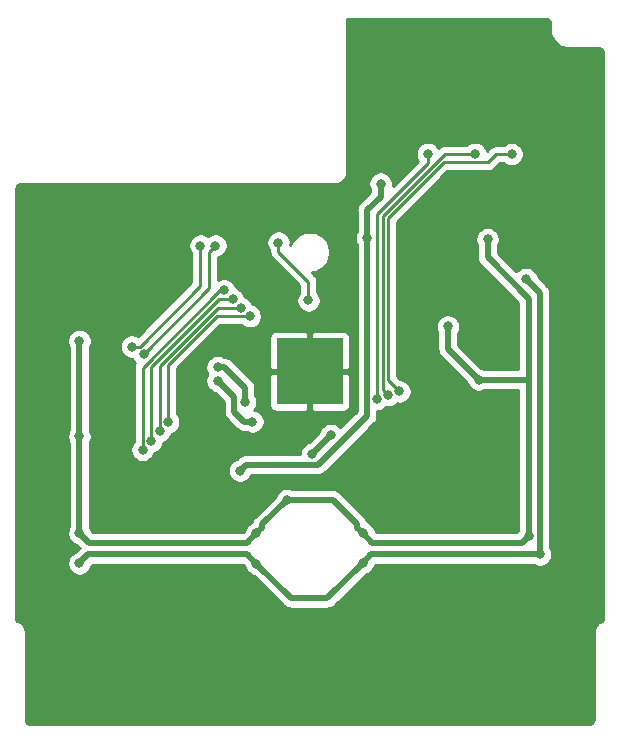
<source format=gbr>
%TF.GenerationSoftware,KiCad,Pcbnew,5.1.7-a382d34a8~88~ubuntu18.04.1*%
%TF.CreationDate,2020-12-02T18:34:38+09:00*%
%TF.ProjectId,iCEboy-pcb,69434562-6f79-42d7-9063-622e6b696361,rev?*%
%TF.SameCoordinates,PX20e6da0PY5b136e0*%
%TF.FileFunction,Copper,L2,Bot*%
%TF.FilePolarity,Positive*%
%FSLAX46Y46*%
G04 Gerber Fmt 4.6, Leading zero omitted, Abs format (unit mm)*
G04 Created by KiCad (PCBNEW 5.1.7-a382d34a8~88~ubuntu18.04.1) date 2020-12-02 18:34:38*
%MOMM*%
%LPD*%
G01*
G04 APERTURE LIST*
%TA.AperFunction,ComponentPad*%
%ADD10R,5.600000X5.600000*%
%TD*%
%TA.AperFunction,ViaPad*%
%ADD11C,0.800000*%
%TD*%
%TA.AperFunction,Conductor*%
%ADD12C,0.500000*%
%TD*%
%TA.AperFunction,Conductor*%
%ADD13C,0.250000*%
%TD*%
%TA.AperFunction,Conductor*%
%ADD14C,0.254000*%
%TD*%
%TA.AperFunction,Conductor*%
%ADD15C,0.100000*%
%TD*%
G04 APERTURE END LIST*
D10*
%TO.P,U3,49*%
%TO.N,GND*%
X25500000Y30500000D03*
%TD*%
D11*
%TO.N,+5V*%
X6000000Y14250000D03*
X30000000Y14300000D03*
X43799988Y38300000D03*
X21000000Y14200000D03*
X45000000Y15000000D03*
%TO.N,GND*%
X49700000Y11500000D03*
X34300000Y41400000D03*
X34300000Y39300000D03*
X39000000Y40600000D03*
X42100000Y41700000D03*
X37200000Y46400000D03*
X45400000Y39100000D03*
X42800000Y32500000D03*
X14750000Y17699998D03*
X12250000Y17700006D03*
X12250000Y13324996D03*
X14750000Y13325000D03*
X17749998Y17675000D03*
X17750000Y13299998D03*
X6000000Y10500000D03*
X21000000Y20250000D03*
X21000000Y10475000D03*
X33250000Y13290002D03*
X30000000Y10550000D03*
X29510000Y20500000D03*
X38750000Y17630000D03*
X36240000Y17630000D03*
X41750000Y17630000D03*
X37990004Y13570000D03*
X33600000Y35800000D03*
X29000000Y35825000D03*
X17225000Y32925000D03*
X9225000Y26900000D03*
X10400000Y36500000D03*
X33250000Y17630000D03*
X8200000Y32200000D03*
X3000000Y31500000D03*
X47800000Y40600000D03*
X3000000Y26200000D03*
X3000000Y20800000D03*
X4000000Y17600000D03*
X49600000Y18500000D03*
X49600000Y25500000D03*
X49600000Y32000000D03*
X49000000Y47500000D03*
X39800000Y25300000D03*
X45000000Y10500000D03*
X46400000Y19300000D03*
X49300000Y9400000D03*
X9250000Y17700000D03*
X9250000Y23650000D03*
X16275000Y26900000D03*
X46400000Y31300000D03*
X29600000Y51400000D03*
X29600000Y59200000D03*
X37500000Y59200000D03*
X44800000Y59300000D03*
X48900000Y56500000D03*
X37500000Y53900000D03*
X44800000Y53900000D03*
X45500000Y49900000D03*
X29600000Y55500000D03*
X22200000Y38500000D03*
X18400000Y39200000D03*
X14600000Y39200000D03*
X7700000Y41200000D03*
X9800000Y41200000D03*
X3100000Y37200000D03*
X4900000Y41200000D03*
%TO.N,+3V3*%
X17700000Y30849994D03*
X20012660Y27912660D03*
X25700000Y23500000D03*
X27300000Y25100000D03*
X6000000Y16800000D03*
X21000000Y16800000D03*
X30000000Y16799998D03*
X44050000Y16600000D03*
X6000000Y33075000D03*
X6000000Y25000000D03*
X37200000Y34300000D03*
X39800000Y29800000D03*
X23600000Y19600000D03*
X40560000Y41700000D03*
%TO.N,+1V2*%
X31500000Y46400000D03*
X19600000Y22100000D03*
X30355002Y41794998D03*
%TO.N,/SPI_SS*%
X10450000Y32600006D03*
X16256000Y41148000D03*
%TO.N,/SPI_MISO*%
X11450000Y31950000D03*
X17526000Y41148014D03*
%TO.N,/VPP*%
X20650000Y26250000D03*
X17700000Y29700000D03*
%TO.N,/RGB0*%
X35500000Y48912500D03*
X31205003Y28160451D03*
%TO.N,/RGB1*%
X39500000Y48912500D03*
X32151306Y28483769D03*
%TO.N,/RGB2*%
X42600000Y48900002D03*
X33100000Y28800000D03*
%TO.N,/A1B*%
X13525030Y26200000D03*
X20426360Y35169035D03*
%TO.N,/A0B*%
X12800020Y25408235D03*
X19662123Y35894045D03*
%TO.N,/~RD~B*%
X12075010Y24567548D03*
X18979669Y36624990D03*
%TO.N,/~WR~B*%
X18250000Y37350000D03*
X11350000Y23850000D03*
%TO.N,/IO1*%
X25400000Y36500000D03*
X22860000Y41402000D03*
%TD*%
D12*
%TO.N,+5V*%
X21000000Y14200000D02*
X21000000Y14200000D01*
X30000000Y14300000D02*
X30700000Y15000000D01*
X30700000Y15000000D02*
X45000000Y15000000D01*
X45000000Y37099988D02*
X43799988Y38300000D01*
X45000000Y15000000D02*
X45000000Y37099988D01*
X45000000Y15000000D02*
X45000000Y15000000D01*
X20200000Y15000000D02*
X21000000Y14200000D01*
X6000000Y14250000D02*
X6750000Y15000000D01*
X6750000Y15000000D02*
X20200000Y15000000D01*
X27000000Y11300000D02*
X30000000Y14300000D01*
X21000000Y14200000D02*
X23900000Y11300000D01*
X23900000Y11300000D02*
X27000000Y11300000D01*
%TO.N,+3V3*%
X27300000Y25100000D02*
X25700000Y23500000D01*
X6000000Y16800000D02*
X6000000Y25000000D01*
X30000002Y16800000D02*
X30000000Y16799998D01*
X44050000Y16600000D02*
X43450000Y16000000D01*
X30800002Y16000000D02*
X30000002Y16800000D01*
X43450000Y16000000D02*
X30800002Y16000000D01*
X20200000Y16000000D02*
X21000000Y16800000D01*
X6000000Y16800000D02*
X6800000Y16000000D01*
X6800000Y16000000D02*
X20200000Y16000000D01*
X37200000Y32400000D02*
X37200000Y34300000D01*
X39800000Y29800000D02*
X37200000Y32400000D01*
X39800000Y29800000D02*
X44050000Y29800000D01*
X44050000Y16600000D02*
X44050000Y29800000D01*
X17700000Y30849994D02*
X18250006Y30849994D01*
X20012660Y29087340D02*
X20012660Y27912660D01*
X18250006Y30849994D02*
X20012660Y29087340D01*
X29550001Y17544001D02*
X29550001Y17249997D01*
X23850001Y19650001D02*
X27444001Y19650001D01*
X29550001Y17249997D02*
X30000000Y16799998D01*
X27444001Y19650001D02*
X29550001Y17544001D01*
X21449999Y17544001D02*
X23555999Y19650001D01*
X23555999Y19650001D02*
X23850001Y19650001D01*
X21000000Y16800000D02*
X21449999Y17249999D01*
X21449999Y17249999D02*
X21449999Y17544001D01*
X40560000Y40140000D02*
X40560000Y41700000D01*
X44050000Y29800000D02*
X44050000Y36650000D01*
X44050000Y36650000D02*
X40560000Y40140000D01*
X6000000Y25000000D02*
X6000000Y33075000D01*
%TO.N,+1V2*%
X31500000Y45300000D02*
X31500000Y46400000D01*
X30355002Y44155002D02*
X31500000Y45300000D01*
X19600000Y22100000D02*
X19600000Y22100000D01*
X30355002Y41794998D02*
X30355002Y44155002D01*
X20100000Y22600000D02*
X26200000Y22600000D01*
X19600000Y22100000D02*
X20100000Y22600000D01*
X26200000Y22600000D02*
X30355002Y26755002D01*
X30355002Y26755002D02*
X30355002Y41794998D01*
D13*
%TO.N,/SPI_SS*%
X16256000Y37745003D02*
X16256000Y41148000D01*
X10450000Y32600006D02*
X11111003Y32600006D01*
X11111003Y32600006D02*
X16256000Y37745003D01*
%TO.N,/SPI_MISO*%
X17018000Y40640014D02*
X17526000Y41148014D01*
X11450000Y31950000D02*
X17018000Y37518000D01*
X17018000Y37518000D02*
X17018000Y40640014D01*
D12*
%TO.N,/VPP*%
X19950000Y26250000D02*
X19100000Y27100000D01*
X20650000Y26250000D02*
X19950000Y26250000D01*
X19100000Y27100000D02*
X19100000Y28300000D01*
X19100000Y28300000D02*
X17700000Y29700000D01*
D13*
%TO.N,/RGB0*%
X31205003Y43830003D02*
X31205003Y28160451D01*
X35500000Y48912500D02*
X35500000Y48125000D01*
X35500000Y48125000D02*
X31205003Y43830003D01*
%TO.N,/RGB1*%
X31674989Y43663579D02*
X31674989Y28960086D01*
X31674989Y28960086D02*
X32151306Y28483769D01*
X39500000Y48912500D02*
X36923910Y48912500D01*
X36923910Y48912500D02*
X31674989Y43663579D01*
%TO.N,/RGB2*%
X32125000Y29775000D02*
X33100000Y28800000D01*
X32125000Y43475000D02*
X32125000Y29775000D01*
X40562500Y48187500D02*
X36837500Y48187500D01*
X36837500Y48187500D02*
X32125000Y43475000D01*
X42600000Y48900002D02*
X41275002Y48900002D01*
X41275002Y48900002D02*
X40562500Y48187500D01*
%TO.N,/A1B*%
X13525030Y26200000D02*
X13525030Y31075030D01*
X13525030Y31075030D02*
X17619035Y35169035D01*
X17619035Y35169035D02*
X20426360Y35169035D01*
%TO.N,/A0B*%
X12800020Y25408235D02*
X12800020Y30986431D01*
X17707634Y35894045D02*
X19662123Y35894045D01*
X12800020Y30986431D02*
X17707634Y35894045D01*
%TO.N,/~RD~B*%
X12075010Y24567548D02*
X12075010Y30897832D01*
X12075010Y30897832D02*
X17802168Y36624990D01*
X17802168Y36624990D02*
X18979669Y36624990D01*
%TO.N,/~WR~B*%
X17890767Y37350000D02*
X18250000Y37350000D01*
X11350000Y30809233D02*
X17890767Y37350000D01*
X11350000Y23850000D02*
X11350000Y30809233D01*
%TO.N,/IO1*%
X22860000Y40640000D02*
X22860000Y41402000D01*
X25400000Y36500000D02*
X25400000Y38100000D01*
X25400000Y38100000D02*
X22860000Y40640000D01*
%TD*%
D14*
%TO.N,GND*%
X45565424Y60330420D02*
X45628356Y60311420D01*
X45686405Y60280555D01*
X45737343Y60239011D01*
X45779248Y60188356D01*
X45810515Y60130529D01*
X45829956Y60067728D01*
X45840000Y59972165D01*
X45840000Y59467581D01*
X45842783Y59439326D01*
X45842740Y59433199D01*
X45843640Y59424028D01*
X45864041Y59229931D01*
X45876068Y59171342D01*
X45887277Y59112577D01*
X45889941Y59103755D01*
X45947653Y58917317D01*
X45970838Y58862162D01*
X45993242Y58806709D01*
X45997568Y58798573D01*
X46090393Y58626896D01*
X46123846Y58577301D01*
X46156600Y58527247D01*
X46162424Y58520106D01*
X46286828Y58369728D01*
X46329263Y58327589D01*
X46371126Y58284839D01*
X46378227Y58278966D01*
X46529469Y58155616D01*
X46579277Y58122523D01*
X46628651Y58088716D01*
X46636757Y58084333D01*
X46809080Y57992708D01*
X46864392Y57969910D01*
X46919366Y57946348D01*
X46928169Y57943623D01*
X47115006Y57887214D01*
X47173686Y57875595D01*
X47232196Y57863158D01*
X47241361Y57862195D01*
X47435594Y57843150D01*
X47435598Y57843150D01*
X47467581Y57840000D01*
X49967721Y57840000D01*
X50065424Y57830420D01*
X50128356Y57811420D01*
X50186405Y57780555D01*
X50237343Y57739011D01*
X50279248Y57688356D01*
X50310515Y57630529D01*
X50329956Y57567728D01*
X50340001Y57472155D01*
X50340000Y9426270D01*
X50333222Y9424977D01*
X50324400Y9422313D01*
X50249825Y9399228D01*
X50194669Y9376042D01*
X50139220Y9353640D01*
X50131084Y9349314D01*
X50062413Y9312184D01*
X50012839Y9278746D01*
X49962765Y9245979D01*
X49955624Y9240155D01*
X49895473Y9190394D01*
X49853312Y9147938D01*
X49810582Y9106093D01*
X49804708Y9098992D01*
X49755368Y9038496D01*
X49722256Y8988658D01*
X49688469Y8939313D01*
X49684086Y8931207D01*
X49647436Y8862278D01*
X49624658Y8807013D01*
X49601077Y8751996D01*
X49598352Y8743193D01*
X49575788Y8668459D01*
X49564170Y8609781D01*
X49551731Y8551264D01*
X49550768Y8542099D01*
X49543150Y8464405D01*
X49543150Y8464392D01*
X49540001Y8432419D01*
X49540000Y1032279D01*
X49530420Y934576D01*
X49511420Y871643D01*
X49480554Y813594D01*
X49439011Y762657D01*
X49388356Y720752D01*
X49330529Y689485D01*
X49267728Y670044D01*
X49172165Y660000D01*
X1832279Y660000D01*
X1734576Y669580D01*
X1671643Y688580D01*
X1613594Y719446D01*
X1562657Y760989D01*
X1520752Y811644D01*
X1489485Y869471D01*
X1470044Y932272D01*
X1460000Y1027835D01*
X1460000Y8432419D01*
X1457258Y8460263D01*
X1457274Y8462610D01*
X1456375Y8471781D01*
X1452374Y8509853D01*
X1450450Y8529383D01*
X1450252Y8530034D01*
X1448215Y8549419D01*
X1436186Y8608016D01*
X1424977Y8666778D01*
X1422313Y8675600D01*
X1399228Y8750175D01*
X1376042Y8805331D01*
X1353640Y8860780D01*
X1349314Y8868916D01*
X1312184Y8937587D01*
X1278746Y8987161D01*
X1245979Y9037235D01*
X1240155Y9044376D01*
X1190394Y9104527D01*
X1147938Y9146688D01*
X1106093Y9189418D01*
X1098992Y9195292D01*
X1038496Y9244632D01*
X988658Y9277744D01*
X939313Y9311531D01*
X931207Y9315914D01*
X862278Y9352564D01*
X806993Y9375351D01*
X751996Y9398923D01*
X743193Y9401648D01*
X668459Y9424212D01*
X660000Y9425887D01*
X660000Y33176939D01*
X4965000Y33176939D01*
X4965000Y32973061D01*
X5004774Y32773102D01*
X5082795Y32584744D01*
X5115001Y32536544D01*
X5115000Y25538454D01*
X5082795Y25490256D01*
X5004774Y25301898D01*
X4965000Y25101939D01*
X4965000Y24898061D01*
X5004774Y24698102D01*
X5082795Y24509744D01*
X5115001Y24461544D01*
X5115000Y17338454D01*
X5082795Y17290256D01*
X5004774Y17101898D01*
X4965000Y16901939D01*
X4965000Y16698061D01*
X5004774Y16498102D01*
X5082795Y16309744D01*
X5196063Y16140226D01*
X5340226Y15996063D01*
X5509744Y15882795D01*
X5698102Y15804774D01*
X5754956Y15793465D01*
X6023421Y15525000D01*
X5754956Y15256535D01*
X5698102Y15245226D01*
X5509744Y15167205D01*
X5340226Y15053937D01*
X5196063Y14909774D01*
X5082795Y14740256D01*
X5004774Y14551898D01*
X4965000Y14351939D01*
X4965000Y14148061D01*
X5004774Y13948102D01*
X5082795Y13759744D01*
X5196063Y13590226D01*
X5340226Y13446063D01*
X5509744Y13332795D01*
X5698102Y13254774D01*
X5898061Y13215000D01*
X6101939Y13215000D01*
X6301898Y13254774D01*
X6490256Y13332795D01*
X6659774Y13446063D01*
X6803937Y13590226D01*
X6917205Y13759744D01*
X6995226Y13948102D01*
X7006535Y14004956D01*
X7116579Y14115000D01*
X19833422Y14115000D01*
X19993465Y13954956D01*
X20004774Y13898102D01*
X20082795Y13709744D01*
X20196063Y13540226D01*
X20340226Y13396063D01*
X20509744Y13282795D01*
X20698102Y13204774D01*
X20754957Y13193465D01*
X23243470Y10704951D01*
X23271183Y10671183D01*
X23304951Y10643470D01*
X23304953Y10643468D01*
X23376452Y10584790D01*
X23405941Y10560589D01*
X23559687Y10478411D01*
X23726510Y10427805D01*
X23856523Y10415000D01*
X23856533Y10415000D01*
X23899999Y10410719D01*
X23943465Y10415000D01*
X26956531Y10415000D01*
X27000000Y10410719D01*
X27043469Y10415000D01*
X27043477Y10415000D01*
X27173490Y10427805D01*
X27340313Y10478411D01*
X27494059Y10560589D01*
X27628817Y10671183D01*
X27656534Y10704956D01*
X30245044Y13293465D01*
X30301898Y13304774D01*
X30490256Y13382795D01*
X30659774Y13496063D01*
X30803937Y13640226D01*
X30917205Y13809744D01*
X30995226Y13998102D01*
X31006535Y14054956D01*
X31066579Y14115000D01*
X44461546Y14115000D01*
X44509744Y14082795D01*
X44698102Y14004774D01*
X44898061Y13965000D01*
X45101939Y13965000D01*
X45301898Y14004774D01*
X45490256Y14082795D01*
X45659774Y14196063D01*
X45803937Y14340226D01*
X45917205Y14509744D01*
X45995226Y14698102D01*
X46035000Y14898061D01*
X46035000Y15101939D01*
X45995226Y15301898D01*
X45917205Y15490256D01*
X45885000Y15538454D01*
X45885000Y37056523D01*
X45889281Y37099989D01*
X45885000Y37143455D01*
X45885000Y37143465D01*
X45872195Y37273478D01*
X45821589Y37440301D01*
X45739411Y37594047D01*
X45699854Y37642247D01*
X45656532Y37695035D01*
X45656530Y37695037D01*
X45628817Y37728805D01*
X45595049Y37756518D01*
X44806523Y38545043D01*
X44795214Y38601898D01*
X44717193Y38790256D01*
X44603925Y38959774D01*
X44459762Y39103937D01*
X44290244Y39217205D01*
X44101886Y39295226D01*
X43901927Y39335000D01*
X43698049Y39335000D01*
X43498090Y39295226D01*
X43309732Y39217205D01*
X43140214Y39103937D01*
X42996051Y38959774D01*
X42994350Y38957228D01*
X41445000Y40506578D01*
X41445000Y41161546D01*
X41477205Y41209744D01*
X41555226Y41398102D01*
X41595000Y41598061D01*
X41595000Y41801939D01*
X41555226Y42001898D01*
X41477205Y42190256D01*
X41363937Y42359774D01*
X41219774Y42503937D01*
X41050256Y42617205D01*
X40861898Y42695226D01*
X40661939Y42735000D01*
X40458061Y42735000D01*
X40258102Y42695226D01*
X40069744Y42617205D01*
X39900226Y42503937D01*
X39756063Y42359774D01*
X39642795Y42190256D01*
X39564774Y42001898D01*
X39525000Y41801939D01*
X39525000Y41598061D01*
X39564774Y41398102D01*
X39642795Y41209744D01*
X39675001Y41161545D01*
X39675000Y40183469D01*
X39670719Y40140000D01*
X39675000Y40096531D01*
X39675000Y40096524D01*
X39684010Y40005040D01*
X39687805Y39966510D01*
X39703157Y39915904D01*
X39738411Y39799688D01*
X39820589Y39645942D01*
X39931183Y39511183D01*
X39964956Y39483466D01*
X43165001Y36283420D01*
X43165000Y30685000D01*
X40338454Y30685000D01*
X40290256Y30717205D01*
X40101898Y30795226D01*
X40045044Y30806535D01*
X38085000Y32766578D01*
X38085000Y33761546D01*
X38117205Y33809744D01*
X38195226Y33998102D01*
X38235000Y34198061D01*
X38235000Y34401939D01*
X38195226Y34601898D01*
X38117205Y34790256D01*
X38003937Y34959774D01*
X37859774Y35103937D01*
X37690256Y35217205D01*
X37501898Y35295226D01*
X37301939Y35335000D01*
X37098061Y35335000D01*
X36898102Y35295226D01*
X36709744Y35217205D01*
X36540226Y35103937D01*
X36396063Y34959774D01*
X36282795Y34790256D01*
X36204774Y34601898D01*
X36165000Y34401939D01*
X36165000Y34198061D01*
X36204774Y33998102D01*
X36282795Y33809744D01*
X36315001Y33761545D01*
X36315000Y32443469D01*
X36310719Y32400000D01*
X36315000Y32356531D01*
X36315000Y32356524D01*
X36327805Y32226511D01*
X36378411Y32059688D01*
X36460589Y31905942D01*
X36571183Y31771183D01*
X36604956Y31743466D01*
X38793465Y29554956D01*
X38804774Y29498102D01*
X38882795Y29309744D01*
X38996063Y29140226D01*
X39140226Y28996063D01*
X39309744Y28882795D01*
X39498102Y28804774D01*
X39698061Y28765000D01*
X39901939Y28765000D01*
X40101898Y28804774D01*
X40290256Y28882795D01*
X40338454Y28915000D01*
X43165001Y28915000D01*
X43165000Y17138454D01*
X43132795Y17090256D01*
X43054774Y16901898D01*
X43051413Y16885000D01*
X31166581Y16885000D01*
X31006534Y17045046D01*
X30995226Y17101896D01*
X30917205Y17290254D01*
X30803937Y17459772D01*
X30659774Y17603935D01*
X30490256Y17717203D01*
X30412515Y17749405D01*
X30371590Y17884314D01*
X30289412Y18038060D01*
X30220366Y18122192D01*
X30206533Y18139048D01*
X30206531Y18139050D01*
X30178818Y18172818D01*
X30145051Y18200530D01*
X28100535Y20245045D01*
X28072818Y20278818D01*
X27938060Y20389412D01*
X27784314Y20471590D01*
X27617491Y20522196D01*
X27487478Y20535001D01*
X27487470Y20535001D01*
X27444001Y20539282D01*
X27400532Y20535001D01*
X24047293Y20535001D01*
X23901898Y20595226D01*
X23701939Y20635000D01*
X23498061Y20635000D01*
X23298102Y20595226D01*
X23109744Y20517205D01*
X22940226Y20403937D01*
X22796063Y20259774D01*
X22682795Y20090256D01*
X22639039Y19984619D01*
X20854954Y18200534D01*
X20821182Y18172818D01*
X20710588Y18038060D01*
X20628410Y17884314D01*
X20587486Y17749407D01*
X20509744Y17717205D01*
X20340226Y17603937D01*
X20196063Y17459774D01*
X20082795Y17290256D01*
X20004774Y17101898D01*
X19993465Y17045044D01*
X19833422Y16885000D01*
X7166579Y16885000D01*
X7006535Y17045044D01*
X6995226Y17101898D01*
X6917205Y17290256D01*
X6885000Y17338454D01*
X6885000Y22201939D01*
X18565000Y22201939D01*
X18565000Y21998061D01*
X18604774Y21798102D01*
X18682795Y21609744D01*
X18796063Y21440226D01*
X18940226Y21296063D01*
X19109744Y21182795D01*
X19298102Y21104774D01*
X19498061Y21065000D01*
X19701939Y21065000D01*
X19901898Y21104774D01*
X20090256Y21182795D01*
X20259774Y21296063D01*
X20403937Y21440226D01*
X20517205Y21609744D01*
X20560804Y21715000D01*
X26156531Y21715000D01*
X26200000Y21710719D01*
X26243469Y21715000D01*
X26243477Y21715000D01*
X26373490Y21727805D01*
X26540313Y21778411D01*
X26694059Y21860589D01*
X26828817Y21971183D01*
X26856534Y22004956D01*
X30950052Y26098474D01*
X30983819Y26126185D01*
X31013760Y26162667D01*
X31094412Y26260942D01*
X31094413Y26260943D01*
X31176591Y26414689D01*
X31227197Y26581512D01*
X31240002Y26711525D01*
X31240002Y26711535D01*
X31244283Y26755001D01*
X31240002Y26798467D01*
X31240002Y27125451D01*
X31306942Y27125451D01*
X31506901Y27165225D01*
X31695259Y27243246D01*
X31864777Y27356514D01*
X31972351Y27464088D01*
X32049367Y27448769D01*
X32253245Y27448769D01*
X32453204Y27488543D01*
X32641562Y27566564D01*
X32811080Y27679832D01*
X32913140Y27781892D01*
X32998061Y27765000D01*
X33201939Y27765000D01*
X33401898Y27804774D01*
X33590256Y27882795D01*
X33759774Y27996063D01*
X33903937Y28140226D01*
X34017205Y28309744D01*
X34095226Y28498102D01*
X34135000Y28698061D01*
X34135000Y28901939D01*
X34095226Y29101898D01*
X34017205Y29290256D01*
X33903937Y29459774D01*
X33759774Y29603937D01*
X33590256Y29717205D01*
X33401898Y29795226D01*
X33201939Y29835000D01*
X33139801Y29835000D01*
X32885000Y30089801D01*
X32885000Y43160199D01*
X37152303Y47427500D01*
X40525178Y47427500D01*
X40562500Y47423824D01*
X40599822Y47427500D01*
X40599833Y47427500D01*
X40711486Y47438497D01*
X40854747Y47481954D01*
X40986776Y47552526D01*
X41102501Y47647499D01*
X41126303Y47676502D01*
X41589804Y48140002D01*
X41896289Y48140002D01*
X41940226Y48096065D01*
X42109744Y47982797D01*
X42298102Y47904776D01*
X42498061Y47865002D01*
X42701939Y47865002D01*
X42901898Y47904776D01*
X43090256Y47982797D01*
X43259774Y48096065D01*
X43403937Y48240228D01*
X43517205Y48409746D01*
X43595226Y48598104D01*
X43635000Y48798063D01*
X43635000Y49001941D01*
X43595226Y49201900D01*
X43517205Y49390258D01*
X43403937Y49559776D01*
X43259774Y49703939D01*
X43090256Y49817207D01*
X42901898Y49895228D01*
X42701939Y49935002D01*
X42498061Y49935002D01*
X42298102Y49895228D01*
X42109744Y49817207D01*
X41940226Y49703939D01*
X41896289Y49660002D01*
X41312324Y49660002D01*
X41275002Y49663678D01*
X41237679Y49660002D01*
X41237669Y49660002D01*
X41126016Y49649005D01*
X40982755Y49605548D01*
X40850725Y49534976D01*
X40779228Y49476299D01*
X40735001Y49440003D01*
X40711203Y49411004D01*
X40498440Y49198241D01*
X40495226Y49214398D01*
X40417205Y49402756D01*
X40303937Y49572274D01*
X40159774Y49716437D01*
X39990256Y49829705D01*
X39801898Y49907726D01*
X39601939Y49947500D01*
X39398061Y49947500D01*
X39198102Y49907726D01*
X39009744Y49829705D01*
X38840226Y49716437D01*
X38796289Y49672500D01*
X36961232Y49672500D01*
X36923909Y49676176D01*
X36886586Y49672500D01*
X36886577Y49672500D01*
X36774924Y49661503D01*
X36631663Y49618046D01*
X36499634Y49547474D01*
X36383946Y49452531D01*
X36303937Y49572274D01*
X36159774Y49716437D01*
X35990256Y49829705D01*
X35801898Y49907726D01*
X35601939Y49947500D01*
X35398061Y49947500D01*
X35198102Y49907726D01*
X35009744Y49829705D01*
X34840226Y49716437D01*
X34696063Y49572274D01*
X34582795Y49402756D01*
X34504774Y49214398D01*
X34465000Y49014439D01*
X34465000Y48810561D01*
X34504774Y48610602D01*
X34582795Y48422244D01*
X34638730Y48338532D01*
X32519293Y46219094D01*
X32535000Y46298061D01*
X32535000Y46501939D01*
X32495226Y46701898D01*
X32417205Y46890256D01*
X32303937Y47059774D01*
X32159774Y47203937D01*
X31990256Y47317205D01*
X31801898Y47395226D01*
X31601939Y47435000D01*
X31398061Y47435000D01*
X31198102Y47395226D01*
X31009744Y47317205D01*
X30840226Y47203937D01*
X30696063Y47059774D01*
X30582795Y46890256D01*
X30504774Y46701898D01*
X30465000Y46501939D01*
X30465000Y46298061D01*
X30504774Y46098102D01*
X30582795Y45909744D01*
X30615001Y45861545D01*
X30615000Y45666579D01*
X29759953Y44811531D01*
X29726186Y44783819D01*
X29698473Y44750051D01*
X29698470Y44750048D01*
X29615592Y44649061D01*
X29533414Y44495315D01*
X29482807Y44328492D01*
X29465721Y44155002D01*
X29470003Y44111523D01*
X29470002Y42333453D01*
X29437797Y42285254D01*
X29359776Y42096896D01*
X29320002Y41896937D01*
X29320002Y41693059D01*
X29359776Y41493100D01*
X29437797Y41304742D01*
X29470003Y41256542D01*
X29470002Y27121581D01*
X28105643Y25757221D01*
X28103937Y25759774D01*
X27959774Y25903937D01*
X27790256Y26017205D01*
X27601898Y26095226D01*
X27401939Y26135000D01*
X27198061Y26135000D01*
X26998102Y26095226D01*
X26809744Y26017205D01*
X26640226Y25903937D01*
X26496063Y25759774D01*
X26382795Y25590256D01*
X26304774Y25401898D01*
X26293465Y25345044D01*
X25454957Y24506535D01*
X25398102Y24495226D01*
X25209744Y24417205D01*
X25040226Y24303937D01*
X24896063Y24159774D01*
X24782795Y23990256D01*
X24704774Y23801898D01*
X24665000Y23601939D01*
X24665000Y23485000D01*
X20143469Y23485000D01*
X20100000Y23489281D01*
X20056531Y23485000D01*
X20056523Y23485000D01*
X19926510Y23472195D01*
X19759687Y23421589D01*
X19605941Y23339411D01*
X19471183Y23228817D01*
X19443468Y23195046D01*
X19354957Y23106535D01*
X19298102Y23095226D01*
X19109744Y23017205D01*
X18940226Y22903937D01*
X18796063Y22759774D01*
X18682795Y22590256D01*
X18604774Y22401898D01*
X18565000Y22201939D01*
X6885000Y22201939D01*
X6885000Y24461546D01*
X6917205Y24509744D01*
X6995226Y24698102D01*
X7035000Y24898061D01*
X7035000Y25101939D01*
X6995226Y25301898D01*
X6917205Y25490256D01*
X6885000Y25538454D01*
X6885000Y32536546D01*
X6917205Y32584744D01*
X6965751Y32701945D01*
X9415000Y32701945D01*
X9415000Y32498067D01*
X9454774Y32298108D01*
X9532795Y32109750D01*
X9646063Y31940232D01*
X9790226Y31796069D01*
X9959744Y31682801D01*
X10148102Y31604780D01*
X10348061Y31565006D01*
X10489194Y31565006D01*
X10532795Y31459744D01*
X10646063Y31290226D01*
X10710760Y31225529D01*
X10644454Y31101479D01*
X10600998Y30958218D01*
X10586324Y30809233D01*
X10590001Y30771901D01*
X10590000Y24553711D01*
X10546063Y24509774D01*
X10432795Y24340256D01*
X10354774Y24151898D01*
X10315000Y23951939D01*
X10315000Y23748061D01*
X10354774Y23548102D01*
X10432795Y23359744D01*
X10546063Y23190226D01*
X10690226Y23046063D01*
X10859744Y22932795D01*
X11048102Y22854774D01*
X11248061Y22815000D01*
X11451939Y22815000D01*
X11651898Y22854774D01*
X11840256Y22932795D01*
X12009774Y23046063D01*
X12153937Y23190226D01*
X12267205Y23359744D01*
X12345226Y23548102D01*
X12348937Y23566758D01*
X12376908Y23572322D01*
X12565266Y23650343D01*
X12734784Y23763611D01*
X12878947Y23907774D01*
X12992215Y24077292D01*
X13070236Y24265650D01*
X13099450Y24412518D01*
X13101918Y24413009D01*
X13290276Y24491030D01*
X13459794Y24604298D01*
X13603957Y24748461D01*
X13717225Y24917979D01*
X13795246Y25106337D01*
X13814328Y25202268D01*
X13826928Y25204774D01*
X14015286Y25282795D01*
X14184804Y25396063D01*
X14328967Y25540226D01*
X14442235Y25709744D01*
X14520256Y25898102D01*
X14560030Y26098061D01*
X14560030Y26301939D01*
X14520256Y26501898D01*
X14442235Y26690256D01*
X14328967Y26859774D01*
X14285030Y26903711D01*
X14285030Y30760229D01*
X14476734Y30951933D01*
X16665000Y30951933D01*
X16665000Y30748055D01*
X16704774Y30548096D01*
X16782795Y30359738D01*
X16839417Y30274997D01*
X16782795Y30190256D01*
X16704774Y30001898D01*
X16665000Y29801939D01*
X16665000Y29598061D01*
X16704774Y29398102D01*
X16782795Y29209744D01*
X16896063Y29040226D01*
X17040226Y28896063D01*
X17209744Y28782795D01*
X17398102Y28704774D01*
X17454957Y28693465D01*
X18215001Y27933421D01*
X18215000Y27143470D01*
X18210719Y27100000D01*
X18215000Y27056531D01*
X18215000Y27056524D01*
X18221015Y26995455D01*
X18227805Y26926510D01*
X18232882Y26909774D01*
X18278411Y26759688D01*
X18360589Y26605942D01*
X18471183Y26471183D01*
X18504956Y26443466D01*
X19293470Y25654951D01*
X19321183Y25621183D01*
X19354951Y25593470D01*
X19354953Y25593468D01*
X19455941Y25510589D01*
X19609686Y25428411D01*
X19697087Y25401898D01*
X19776510Y25377805D01*
X19906523Y25365000D01*
X19906531Y25365000D01*
X19950000Y25360719D01*
X19993469Y25365000D01*
X20111546Y25365000D01*
X20159744Y25332795D01*
X20348102Y25254774D01*
X20548061Y25215000D01*
X20751939Y25215000D01*
X20951898Y25254774D01*
X21140256Y25332795D01*
X21309774Y25446063D01*
X21453937Y25590226D01*
X21567205Y25759744D01*
X21645226Y25948102D01*
X21685000Y26148061D01*
X21685000Y26351939D01*
X21645226Y26551898D01*
X21567205Y26740256D01*
X21453937Y26909774D01*
X21309774Y27053937D01*
X21140256Y27167205D01*
X20951898Y27245226D01*
X20827952Y27269880D01*
X20929865Y27422404D01*
X21007886Y27610762D01*
X21025636Y27700000D01*
X22061928Y27700000D01*
X22074188Y27575518D01*
X22110498Y27455820D01*
X22169463Y27345506D01*
X22248815Y27248815D01*
X22345506Y27169463D01*
X22455820Y27110498D01*
X22575518Y27074188D01*
X22700000Y27061928D01*
X25214250Y27065000D01*
X25373000Y27223750D01*
X25373000Y30373000D01*
X25627000Y30373000D01*
X25627000Y27223750D01*
X25785750Y27065000D01*
X28300000Y27061928D01*
X28424482Y27074188D01*
X28544180Y27110498D01*
X28654494Y27169463D01*
X28751185Y27248815D01*
X28830537Y27345506D01*
X28889502Y27455820D01*
X28925812Y27575518D01*
X28938072Y27700000D01*
X28935000Y30214250D01*
X28776250Y30373000D01*
X25627000Y30373000D01*
X25373000Y30373000D01*
X22223750Y30373000D01*
X22065000Y30214250D01*
X22061928Y27700000D01*
X21025636Y27700000D01*
X21047660Y27810721D01*
X21047660Y28014599D01*
X21007886Y28214558D01*
X20929865Y28402916D01*
X20897660Y28451114D01*
X20897660Y29043875D01*
X20901941Y29087341D01*
X20897660Y29130807D01*
X20897660Y29130817D01*
X20884855Y29260830D01*
X20834249Y29427653D01*
X20752071Y29581399D01*
X20641477Y29716157D01*
X20607710Y29743869D01*
X18906540Y31445038D01*
X18878823Y31478811D01*
X18744065Y31589405D01*
X18590319Y31671583D01*
X18423496Y31722189D01*
X18293483Y31734994D01*
X18293475Y31734994D01*
X18250006Y31739275D01*
X18234354Y31737734D01*
X18190256Y31767199D01*
X18001898Y31845220D01*
X17801939Y31884994D01*
X17598061Y31884994D01*
X17398102Y31845220D01*
X17209744Y31767199D01*
X17040226Y31653931D01*
X16896063Y31509768D01*
X16782795Y31340250D01*
X16704774Y31151892D01*
X16665000Y30951933D01*
X14476734Y30951933D01*
X16824802Y33300000D01*
X22061928Y33300000D01*
X22065000Y30785750D01*
X22223750Y30627000D01*
X25373000Y30627000D01*
X25373000Y33776250D01*
X25627000Y33776250D01*
X25627000Y30627000D01*
X28776250Y30627000D01*
X28935000Y30785750D01*
X28938072Y33300000D01*
X28925812Y33424482D01*
X28889502Y33544180D01*
X28830537Y33654494D01*
X28751185Y33751185D01*
X28654494Y33830537D01*
X28544180Y33889502D01*
X28424482Y33925812D01*
X28300000Y33938072D01*
X25785750Y33935000D01*
X25627000Y33776250D01*
X25373000Y33776250D01*
X25214250Y33935000D01*
X22700000Y33938072D01*
X22575518Y33925812D01*
X22455820Y33889502D01*
X22345506Y33830537D01*
X22248815Y33751185D01*
X22169463Y33654494D01*
X22110498Y33544180D01*
X22074188Y33424482D01*
X22061928Y33300000D01*
X16824802Y33300000D01*
X17933838Y34409035D01*
X19722649Y34409035D01*
X19766586Y34365098D01*
X19936104Y34251830D01*
X20124462Y34173809D01*
X20324421Y34134035D01*
X20528299Y34134035D01*
X20728258Y34173809D01*
X20916616Y34251830D01*
X21086134Y34365098D01*
X21230297Y34509261D01*
X21343565Y34678779D01*
X21421586Y34867137D01*
X21461360Y35067096D01*
X21461360Y35270974D01*
X21421586Y35470933D01*
X21343565Y35659291D01*
X21230297Y35828809D01*
X21086134Y35972972D01*
X20916616Y36086240D01*
X20728258Y36164261D01*
X20660989Y36177641D01*
X20657349Y36195943D01*
X20579328Y36384301D01*
X20466060Y36553819D01*
X20321897Y36697982D01*
X20152379Y36811250D01*
X19984026Y36880985D01*
X19974895Y36926888D01*
X19896874Y37115246D01*
X19783606Y37284764D01*
X19639443Y37428927D01*
X19469925Y37542195D01*
X19281567Y37620216D01*
X19250290Y37626437D01*
X19245226Y37651898D01*
X19167205Y37840256D01*
X19053937Y38009774D01*
X18909774Y38153937D01*
X18740256Y38267205D01*
X18551898Y38345226D01*
X18351939Y38385000D01*
X18148061Y38385000D01*
X17948102Y38345226D01*
X17778000Y38274767D01*
X17778000Y40142863D01*
X17827898Y40152788D01*
X18016256Y40230809D01*
X18185774Y40344077D01*
X18329937Y40488240D01*
X18443205Y40657758D01*
X18521226Y40846116D01*
X18561000Y41046075D01*
X18561000Y41249953D01*
X18521226Y41449912D01*
X18498848Y41503939D01*
X21825000Y41503939D01*
X21825000Y41300061D01*
X21864774Y41100102D01*
X21942795Y40911744D01*
X22056063Y40742226D01*
X22100000Y40698289D01*
X22100000Y40677322D01*
X22096324Y40640000D01*
X22100000Y40602678D01*
X22100000Y40602668D01*
X22110997Y40491015D01*
X22136551Y40406774D01*
X22154454Y40347754D01*
X22225026Y40215724D01*
X22264871Y40167174D01*
X22319999Y40099999D01*
X22349003Y40076196D01*
X24640001Y37785196D01*
X24640000Y37203711D01*
X24596063Y37159774D01*
X24482795Y36990256D01*
X24404774Y36801898D01*
X24365000Y36601939D01*
X24365000Y36398061D01*
X24404774Y36198102D01*
X24482795Y36009744D01*
X24596063Y35840226D01*
X24740226Y35696063D01*
X24909744Y35582795D01*
X25098102Y35504774D01*
X25298061Y35465000D01*
X25501939Y35465000D01*
X25701898Y35504774D01*
X25890256Y35582795D01*
X26059774Y35696063D01*
X26203937Y35840226D01*
X26317205Y36009744D01*
X26395226Y36198102D01*
X26435000Y36398061D01*
X26435000Y36601939D01*
X26395226Y36801898D01*
X26317205Y36990256D01*
X26203937Y37159774D01*
X26160000Y37203711D01*
X26160000Y38062678D01*
X26163676Y38100001D01*
X26160000Y38137324D01*
X26160000Y38137333D01*
X26149003Y38248986D01*
X26105546Y38392247D01*
X26034974Y38524276D01*
X26021811Y38540315D01*
X25963799Y38611004D01*
X25963795Y38611008D01*
X25940001Y38640001D01*
X25911008Y38663795D01*
X25703346Y38871457D01*
X26006081Y38931675D01*
X26321831Y39062463D01*
X26605998Y39252337D01*
X26847663Y39494002D01*
X27037537Y39778169D01*
X27168325Y40093919D01*
X27235000Y40429117D01*
X27235000Y40770883D01*
X27168325Y41106081D01*
X27037537Y41421831D01*
X26847663Y41705998D01*
X26605998Y41947663D01*
X26321831Y42137537D01*
X26006081Y42268325D01*
X25670883Y42335000D01*
X25329117Y42335000D01*
X24993919Y42268325D01*
X24678169Y42137537D01*
X24394002Y41947663D01*
X24152337Y41705998D01*
X23962463Y41421831D01*
X23879272Y41220990D01*
X23895000Y41300061D01*
X23895000Y41503939D01*
X23855226Y41703898D01*
X23777205Y41892256D01*
X23663937Y42061774D01*
X23519774Y42205937D01*
X23350256Y42319205D01*
X23161898Y42397226D01*
X22961939Y42437000D01*
X22758061Y42437000D01*
X22558102Y42397226D01*
X22369744Y42319205D01*
X22200226Y42205937D01*
X22056063Y42061774D01*
X21942795Y41892256D01*
X21864774Y41703898D01*
X21825000Y41503939D01*
X18498848Y41503939D01*
X18443205Y41638270D01*
X18329937Y41807788D01*
X18185774Y41951951D01*
X18016256Y42065219D01*
X17827898Y42143240D01*
X17627939Y42183014D01*
X17424061Y42183014D01*
X17224102Y42143240D01*
X17035744Y42065219D01*
X16890990Y41968497D01*
X16746256Y42065205D01*
X16557898Y42143226D01*
X16357939Y42183000D01*
X16154061Y42183000D01*
X15954102Y42143226D01*
X15765744Y42065205D01*
X15596226Y41951937D01*
X15452063Y41807774D01*
X15338795Y41638256D01*
X15260774Y41449898D01*
X15221000Y41249939D01*
X15221000Y41046061D01*
X15260774Y40846102D01*
X15338795Y40657744D01*
X15452063Y40488226D01*
X15496001Y40444288D01*
X15496000Y38059805D01*
X10948139Y33511943D01*
X10940256Y33517211D01*
X10751898Y33595232D01*
X10551939Y33635006D01*
X10348061Y33635006D01*
X10148102Y33595232D01*
X9959744Y33517211D01*
X9790226Y33403943D01*
X9646063Y33259780D01*
X9532795Y33090262D01*
X9454774Y32901904D01*
X9415000Y32701945D01*
X6965751Y32701945D01*
X6995226Y32773102D01*
X7035000Y32973061D01*
X7035000Y33176939D01*
X6995226Y33376898D01*
X6917205Y33565256D01*
X6803937Y33734774D01*
X6659774Y33878937D01*
X6490256Y33992205D01*
X6301898Y34070226D01*
X6101939Y34110000D01*
X5898061Y34110000D01*
X5698102Y34070226D01*
X5509744Y33992205D01*
X5340226Y33878937D01*
X5196063Y33734774D01*
X5082795Y33565256D01*
X5004774Y33376898D01*
X4965000Y33176939D01*
X660000Y33176939D01*
X660000Y45967721D01*
X669580Y46065424D01*
X688580Y46128356D01*
X719445Y46186405D01*
X760989Y46237343D01*
X811644Y46279248D01*
X869471Y46310515D01*
X932272Y46329956D01*
X1027835Y46340000D01*
X27632419Y46340000D01*
X27660263Y46342742D01*
X27662610Y46342726D01*
X27671781Y46343625D01*
X27709779Y46347619D01*
X27729383Y46349550D01*
X27730038Y46349749D01*
X27749419Y46351786D01*
X27807979Y46363807D01*
X27866778Y46375023D01*
X27875600Y46377687D01*
X27950174Y46400772D01*
X28005256Y46423926D01*
X28060780Y46446359D01*
X28068916Y46450686D01*
X28137587Y46487816D01*
X28187161Y46521254D01*
X28237235Y46554021D01*
X28244376Y46559845D01*
X28304527Y46609606D01*
X28346688Y46652062D01*
X28389418Y46693907D01*
X28395292Y46701007D01*
X28444632Y46761504D01*
X28477744Y46811342D01*
X28511531Y46860687D01*
X28515914Y46868793D01*
X28552564Y46937722D01*
X28575351Y46993007D01*
X28598923Y47048004D01*
X28601648Y47056807D01*
X28624212Y47131541D01*
X28635830Y47190219D01*
X28648269Y47248736D01*
X28649232Y47257901D01*
X28656850Y47335595D01*
X28656850Y47335598D01*
X28660000Y47367581D01*
X28660000Y60340000D01*
X45467721Y60340000D01*
X45565424Y60330420D01*
%TA.AperFunction,Conductor*%
D15*
G36*
X45565424Y60330420D02*
G01*
X45628356Y60311420D01*
X45686405Y60280555D01*
X45737343Y60239011D01*
X45779248Y60188356D01*
X45810515Y60130529D01*
X45829956Y60067728D01*
X45840000Y59972165D01*
X45840000Y59467581D01*
X45842783Y59439326D01*
X45842740Y59433199D01*
X45843640Y59424028D01*
X45864041Y59229931D01*
X45876068Y59171342D01*
X45887277Y59112577D01*
X45889941Y59103755D01*
X45947653Y58917317D01*
X45970838Y58862162D01*
X45993242Y58806709D01*
X45997568Y58798573D01*
X46090393Y58626896D01*
X46123846Y58577301D01*
X46156600Y58527247D01*
X46162424Y58520106D01*
X46286828Y58369728D01*
X46329263Y58327589D01*
X46371126Y58284839D01*
X46378227Y58278966D01*
X46529469Y58155616D01*
X46579277Y58122523D01*
X46628651Y58088716D01*
X46636757Y58084333D01*
X46809080Y57992708D01*
X46864392Y57969910D01*
X46919366Y57946348D01*
X46928169Y57943623D01*
X47115006Y57887214D01*
X47173686Y57875595D01*
X47232196Y57863158D01*
X47241361Y57862195D01*
X47435594Y57843150D01*
X47435598Y57843150D01*
X47467581Y57840000D01*
X49967721Y57840000D01*
X50065424Y57830420D01*
X50128356Y57811420D01*
X50186405Y57780555D01*
X50237343Y57739011D01*
X50279248Y57688356D01*
X50310515Y57630529D01*
X50329956Y57567728D01*
X50340001Y57472155D01*
X50340000Y9426270D01*
X50333222Y9424977D01*
X50324400Y9422313D01*
X50249825Y9399228D01*
X50194669Y9376042D01*
X50139220Y9353640D01*
X50131084Y9349314D01*
X50062413Y9312184D01*
X50012839Y9278746D01*
X49962765Y9245979D01*
X49955624Y9240155D01*
X49895473Y9190394D01*
X49853312Y9147938D01*
X49810582Y9106093D01*
X49804708Y9098992D01*
X49755368Y9038496D01*
X49722256Y8988658D01*
X49688469Y8939313D01*
X49684086Y8931207D01*
X49647436Y8862278D01*
X49624658Y8807013D01*
X49601077Y8751996D01*
X49598352Y8743193D01*
X49575788Y8668459D01*
X49564170Y8609781D01*
X49551731Y8551264D01*
X49550768Y8542099D01*
X49543150Y8464405D01*
X49543150Y8464392D01*
X49540001Y8432419D01*
X49540000Y1032279D01*
X49530420Y934576D01*
X49511420Y871643D01*
X49480554Y813594D01*
X49439011Y762657D01*
X49388356Y720752D01*
X49330529Y689485D01*
X49267728Y670044D01*
X49172165Y660000D01*
X1832279Y660000D01*
X1734576Y669580D01*
X1671643Y688580D01*
X1613594Y719446D01*
X1562657Y760989D01*
X1520752Y811644D01*
X1489485Y869471D01*
X1470044Y932272D01*
X1460000Y1027835D01*
X1460000Y8432419D01*
X1457258Y8460263D01*
X1457274Y8462610D01*
X1456375Y8471781D01*
X1452374Y8509853D01*
X1450450Y8529383D01*
X1450252Y8530034D01*
X1448215Y8549419D01*
X1436186Y8608016D01*
X1424977Y8666778D01*
X1422313Y8675600D01*
X1399228Y8750175D01*
X1376042Y8805331D01*
X1353640Y8860780D01*
X1349314Y8868916D01*
X1312184Y8937587D01*
X1278746Y8987161D01*
X1245979Y9037235D01*
X1240155Y9044376D01*
X1190394Y9104527D01*
X1147938Y9146688D01*
X1106093Y9189418D01*
X1098992Y9195292D01*
X1038496Y9244632D01*
X988658Y9277744D01*
X939313Y9311531D01*
X931207Y9315914D01*
X862278Y9352564D01*
X806993Y9375351D01*
X751996Y9398923D01*
X743193Y9401648D01*
X668459Y9424212D01*
X660000Y9425887D01*
X660000Y33176939D01*
X4965000Y33176939D01*
X4965000Y32973061D01*
X5004774Y32773102D01*
X5082795Y32584744D01*
X5115001Y32536544D01*
X5115000Y25538454D01*
X5082795Y25490256D01*
X5004774Y25301898D01*
X4965000Y25101939D01*
X4965000Y24898061D01*
X5004774Y24698102D01*
X5082795Y24509744D01*
X5115001Y24461544D01*
X5115000Y17338454D01*
X5082795Y17290256D01*
X5004774Y17101898D01*
X4965000Y16901939D01*
X4965000Y16698061D01*
X5004774Y16498102D01*
X5082795Y16309744D01*
X5196063Y16140226D01*
X5340226Y15996063D01*
X5509744Y15882795D01*
X5698102Y15804774D01*
X5754956Y15793465D01*
X6023421Y15525000D01*
X5754956Y15256535D01*
X5698102Y15245226D01*
X5509744Y15167205D01*
X5340226Y15053937D01*
X5196063Y14909774D01*
X5082795Y14740256D01*
X5004774Y14551898D01*
X4965000Y14351939D01*
X4965000Y14148061D01*
X5004774Y13948102D01*
X5082795Y13759744D01*
X5196063Y13590226D01*
X5340226Y13446063D01*
X5509744Y13332795D01*
X5698102Y13254774D01*
X5898061Y13215000D01*
X6101939Y13215000D01*
X6301898Y13254774D01*
X6490256Y13332795D01*
X6659774Y13446063D01*
X6803937Y13590226D01*
X6917205Y13759744D01*
X6995226Y13948102D01*
X7006535Y14004956D01*
X7116579Y14115000D01*
X19833422Y14115000D01*
X19993465Y13954956D01*
X20004774Y13898102D01*
X20082795Y13709744D01*
X20196063Y13540226D01*
X20340226Y13396063D01*
X20509744Y13282795D01*
X20698102Y13204774D01*
X20754957Y13193465D01*
X23243470Y10704951D01*
X23271183Y10671183D01*
X23304951Y10643470D01*
X23304953Y10643468D01*
X23376452Y10584790D01*
X23405941Y10560589D01*
X23559687Y10478411D01*
X23726510Y10427805D01*
X23856523Y10415000D01*
X23856533Y10415000D01*
X23899999Y10410719D01*
X23943465Y10415000D01*
X26956531Y10415000D01*
X27000000Y10410719D01*
X27043469Y10415000D01*
X27043477Y10415000D01*
X27173490Y10427805D01*
X27340313Y10478411D01*
X27494059Y10560589D01*
X27628817Y10671183D01*
X27656534Y10704956D01*
X30245044Y13293465D01*
X30301898Y13304774D01*
X30490256Y13382795D01*
X30659774Y13496063D01*
X30803937Y13640226D01*
X30917205Y13809744D01*
X30995226Y13998102D01*
X31006535Y14054956D01*
X31066579Y14115000D01*
X44461546Y14115000D01*
X44509744Y14082795D01*
X44698102Y14004774D01*
X44898061Y13965000D01*
X45101939Y13965000D01*
X45301898Y14004774D01*
X45490256Y14082795D01*
X45659774Y14196063D01*
X45803937Y14340226D01*
X45917205Y14509744D01*
X45995226Y14698102D01*
X46035000Y14898061D01*
X46035000Y15101939D01*
X45995226Y15301898D01*
X45917205Y15490256D01*
X45885000Y15538454D01*
X45885000Y37056523D01*
X45889281Y37099989D01*
X45885000Y37143455D01*
X45885000Y37143465D01*
X45872195Y37273478D01*
X45821589Y37440301D01*
X45739411Y37594047D01*
X45699854Y37642247D01*
X45656532Y37695035D01*
X45656530Y37695037D01*
X45628817Y37728805D01*
X45595049Y37756518D01*
X44806523Y38545043D01*
X44795214Y38601898D01*
X44717193Y38790256D01*
X44603925Y38959774D01*
X44459762Y39103937D01*
X44290244Y39217205D01*
X44101886Y39295226D01*
X43901927Y39335000D01*
X43698049Y39335000D01*
X43498090Y39295226D01*
X43309732Y39217205D01*
X43140214Y39103937D01*
X42996051Y38959774D01*
X42994350Y38957228D01*
X41445000Y40506578D01*
X41445000Y41161546D01*
X41477205Y41209744D01*
X41555226Y41398102D01*
X41595000Y41598061D01*
X41595000Y41801939D01*
X41555226Y42001898D01*
X41477205Y42190256D01*
X41363937Y42359774D01*
X41219774Y42503937D01*
X41050256Y42617205D01*
X40861898Y42695226D01*
X40661939Y42735000D01*
X40458061Y42735000D01*
X40258102Y42695226D01*
X40069744Y42617205D01*
X39900226Y42503937D01*
X39756063Y42359774D01*
X39642795Y42190256D01*
X39564774Y42001898D01*
X39525000Y41801939D01*
X39525000Y41598061D01*
X39564774Y41398102D01*
X39642795Y41209744D01*
X39675001Y41161545D01*
X39675000Y40183469D01*
X39670719Y40140000D01*
X39675000Y40096531D01*
X39675000Y40096524D01*
X39684010Y40005040D01*
X39687805Y39966510D01*
X39703157Y39915904D01*
X39738411Y39799688D01*
X39820589Y39645942D01*
X39931183Y39511183D01*
X39964956Y39483466D01*
X43165001Y36283420D01*
X43165000Y30685000D01*
X40338454Y30685000D01*
X40290256Y30717205D01*
X40101898Y30795226D01*
X40045044Y30806535D01*
X38085000Y32766578D01*
X38085000Y33761546D01*
X38117205Y33809744D01*
X38195226Y33998102D01*
X38235000Y34198061D01*
X38235000Y34401939D01*
X38195226Y34601898D01*
X38117205Y34790256D01*
X38003937Y34959774D01*
X37859774Y35103937D01*
X37690256Y35217205D01*
X37501898Y35295226D01*
X37301939Y35335000D01*
X37098061Y35335000D01*
X36898102Y35295226D01*
X36709744Y35217205D01*
X36540226Y35103937D01*
X36396063Y34959774D01*
X36282795Y34790256D01*
X36204774Y34601898D01*
X36165000Y34401939D01*
X36165000Y34198061D01*
X36204774Y33998102D01*
X36282795Y33809744D01*
X36315001Y33761545D01*
X36315000Y32443469D01*
X36310719Y32400000D01*
X36315000Y32356531D01*
X36315000Y32356524D01*
X36327805Y32226511D01*
X36378411Y32059688D01*
X36460589Y31905942D01*
X36571183Y31771183D01*
X36604956Y31743466D01*
X38793465Y29554956D01*
X38804774Y29498102D01*
X38882795Y29309744D01*
X38996063Y29140226D01*
X39140226Y28996063D01*
X39309744Y28882795D01*
X39498102Y28804774D01*
X39698061Y28765000D01*
X39901939Y28765000D01*
X40101898Y28804774D01*
X40290256Y28882795D01*
X40338454Y28915000D01*
X43165001Y28915000D01*
X43165000Y17138454D01*
X43132795Y17090256D01*
X43054774Y16901898D01*
X43051413Y16885000D01*
X31166581Y16885000D01*
X31006534Y17045046D01*
X30995226Y17101896D01*
X30917205Y17290254D01*
X30803937Y17459772D01*
X30659774Y17603935D01*
X30490256Y17717203D01*
X30412515Y17749405D01*
X30371590Y17884314D01*
X30289412Y18038060D01*
X30220366Y18122192D01*
X30206533Y18139048D01*
X30206531Y18139050D01*
X30178818Y18172818D01*
X30145051Y18200530D01*
X28100535Y20245045D01*
X28072818Y20278818D01*
X27938060Y20389412D01*
X27784314Y20471590D01*
X27617491Y20522196D01*
X27487478Y20535001D01*
X27487470Y20535001D01*
X27444001Y20539282D01*
X27400532Y20535001D01*
X24047293Y20535001D01*
X23901898Y20595226D01*
X23701939Y20635000D01*
X23498061Y20635000D01*
X23298102Y20595226D01*
X23109744Y20517205D01*
X22940226Y20403937D01*
X22796063Y20259774D01*
X22682795Y20090256D01*
X22639039Y19984619D01*
X20854954Y18200534D01*
X20821182Y18172818D01*
X20710588Y18038060D01*
X20628410Y17884314D01*
X20587486Y17749407D01*
X20509744Y17717205D01*
X20340226Y17603937D01*
X20196063Y17459774D01*
X20082795Y17290256D01*
X20004774Y17101898D01*
X19993465Y17045044D01*
X19833422Y16885000D01*
X7166579Y16885000D01*
X7006535Y17045044D01*
X6995226Y17101898D01*
X6917205Y17290256D01*
X6885000Y17338454D01*
X6885000Y22201939D01*
X18565000Y22201939D01*
X18565000Y21998061D01*
X18604774Y21798102D01*
X18682795Y21609744D01*
X18796063Y21440226D01*
X18940226Y21296063D01*
X19109744Y21182795D01*
X19298102Y21104774D01*
X19498061Y21065000D01*
X19701939Y21065000D01*
X19901898Y21104774D01*
X20090256Y21182795D01*
X20259774Y21296063D01*
X20403937Y21440226D01*
X20517205Y21609744D01*
X20560804Y21715000D01*
X26156531Y21715000D01*
X26200000Y21710719D01*
X26243469Y21715000D01*
X26243477Y21715000D01*
X26373490Y21727805D01*
X26540313Y21778411D01*
X26694059Y21860589D01*
X26828817Y21971183D01*
X26856534Y22004956D01*
X30950052Y26098474D01*
X30983819Y26126185D01*
X31013760Y26162667D01*
X31094412Y26260942D01*
X31094413Y26260943D01*
X31176591Y26414689D01*
X31227197Y26581512D01*
X31240002Y26711525D01*
X31240002Y26711535D01*
X31244283Y26755001D01*
X31240002Y26798467D01*
X31240002Y27125451D01*
X31306942Y27125451D01*
X31506901Y27165225D01*
X31695259Y27243246D01*
X31864777Y27356514D01*
X31972351Y27464088D01*
X32049367Y27448769D01*
X32253245Y27448769D01*
X32453204Y27488543D01*
X32641562Y27566564D01*
X32811080Y27679832D01*
X32913140Y27781892D01*
X32998061Y27765000D01*
X33201939Y27765000D01*
X33401898Y27804774D01*
X33590256Y27882795D01*
X33759774Y27996063D01*
X33903937Y28140226D01*
X34017205Y28309744D01*
X34095226Y28498102D01*
X34135000Y28698061D01*
X34135000Y28901939D01*
X34095226Y29101898D01*
X34017205Y29290256D01*
X33903937Y29459774D01*
X33759774Y29603937D01*
X33590256Y29717205D01*
X33401898Y29795226D01*
X33201939Y29835000D01*
X33139801Y29835000D01*
X32885000Y30089801D01*
X32885000Y43160199D01*
X37152303Y47427500D01*
X40525178Y47427500D01*
X40562500Y47423824D01*
X40599822Y47427500D01*
X40599833Y47427500D01*
X40711486Y47438497D01*
X40854747Y47481954D01*
X40986776Y47552526D01*
X41102501Y47647499D01*
X41126303Y47676502D01*
X41589804Y48140002D01*
X41896289Y48140002D01*
X41940226Y48096065D01*
X42109744Y47982797D01*
X42298102Y47904776D01*
X42498061Y47865002D01*
X42701939Y47865002D01*
X42901898Y47904776D01*
X43090256Y47982797D01*
X43259774Y48096065D01*
X43403937Y48240228D01*
X43517205Y48409746D01*
X43595226Y48598104D01*
X43635000Y48798063D01*
X43635000Y49001941D01*
X43595226Y49201900D01*
X43517205Y49390258D01*
X43403937Y49559776D01*
X43259774Y49703939D01*
X43090256Y49817207D01*
X42901898Y49895228D01*
X42701939Y49935002D01*
X42498061Y49935002D01*
X42298102Y49895228D01*
X42109744Y49817207D01*
X41940226Y49703939D01*
X41896289Y49660002D01*
X41312324Y49660002D01*
X41275002Y49663678D01*
X41237679Y49660002D01*
X41237669Y49660002D01*
X41126016Y49649005D01*
X40982755Y49605548D01*
X40850725Y49534976D01*
X40779228Y49476299D01*
X40735001Y49440003D01*
X40711203Y49411004D01*
X40498440Y49198241D01*
X40495226Y49214398D01*
X40417205Y49402756D01*
X40303937Y49572274D01*
X40159774Y49716437D01*
X39990256Y49829705D01*
X39801898Y49907726D01*
X39601939Y49947500D01*
X39398061Y49947500D01*
X39198102Y49907726D01*
X39009744Y49829705D01*
X38840226Y49716437D01*
X38796289Y49672500D01*
X36961232Y49672500D01*
X36923909Y49676176D01*
X36886586Y49672500D01*
X36886577Y49672500D01*
X36774924Y49661503D01*
X36631663Y49618046D01*
X36499634Y49547474D01*
X36383946Y49452531D01*
X36303937Y49572274D01*
X36159774Y49716437D01*
X35990256Y49829705D01*
X35801898Y49907726D01*
X35601939Y49947500D01*
X35398061Y49947500D01*
X35198102Y49907726D01*
X35009744Y49829705D01*
X34840226Y49716437D01*
X34696063Y49572274D01*
X34582795Y49402756D01*
X34504774Y49214398D01*
X34465000Y49014439D01*
X34465000Y48810561D01*
X34504774Y48610602D01*
X34582795Y48422244D01*
X34638730Y48338532D01*
X32519293Y46219094D01*
X32535000Y46298061D01*
X32535000Y46501939D01*
X32495226Y46701898D01*
X32417205Y46890256D01*
X32303937Y47059774D01*
X32159774Y47203937D01*
X31990256Y47317205D01*
X31801898Y47395226D01*
X31601939Y47435000D01*
X31398061Y47435000D01*
X31198102Y47395226D01*
X31009744Y47317205D01*
X30840226Y47203937D01*
X30696063Y47059774D01*
X30582795Y46890256D01*
X30504774Y46701898D01*
X30465000Y46501939D01*
X30465000Y46298061D01*
X30504774Y46098102D01*
X30582795Y45909744D01*
X30615001Y45861545D01*
X30615000Y45666579D01*
X29759953Y44811531D01*
X29726186Y44783819D01*
X29698473Y44750051D01*
X29698470Y44750048D01*
X29615592Y44649061D01*
X29533414Y44495315D01*
X29482807Y44328492D01*
X29465721Y44155002D01*
X29470003Y44111523D01*
X29470002Y42333453D01*
X29437797Y42285254D01*
X29359776Y42096896D01*
X29320002Y41896937D01*
X29320002Y41693059D01*
X29359776Y41493100D01*
X29437797Y41304742D01*
X29470003Y41256542D01*
X29470002Y27121581D01*
X28105643Y25757221D01*
X28103937Y25759774D01*
X27959774Y25903937D01*
X27790256Y26017205D01*
X27601898Y26095226D01*
X27401939Y26135000D01*
X27198061Y26135000D01*
X26998102Y26095226D01*
X26809744Y26017205D01*
X26640226Y25903937D01*
X26496063Y25759774D01*
X26382795Y25590256D01*
X26304774Y25401898D01*
X26293465Y25345044D01*
X25454957Y24506535D01*
X25398102Y24495226D01*
X25209744Y24417205D01*
X25040226Y24303937D01*
X24896063Y24159774D01*
X24782795Y23990256D01*
X24704774Y23801898D01*
X24665000Y23601939D01*
X24665000Y23485000D01*
X20143469Y23485000D01*
X20100000Y23489281D01*
X20056531Y23485000D01*
X20056523Y23485000D01*
X19926510Y23472195D01*
X19759687Y23421589D01*
X19605941Y23339411D01*
X19471183Y23228817D01*
X19443468Y23195046D01*
X19354957Y23106535D01*
X19298102Y23095226D01*
X19109744Y23017205D01*
X18940226Y22903937D01*
X18796063Y22759774D01*
X18682795Y22590256D01*
X18604774Y22401898D01*
X18565000Y22201939D01*
X6885000Y22201939D01*
X6885000Y24461546D01*
X6917205Y24509744D01*
X6995226Y24698102D01*
X7035000Y24898061D01*
X7035000Y25101939D01*
X6995226Y25301898D01*
X6917205Y25490256D01*
X6885000Y25538454D01*
X6885000Y32536546D01*
X6917205Y32584744D01*
X6965751Y32701945D01*
X9415000Y32701945D01*
X9415000Y32498067D01*
X9454774Y32298108D01*
X9532795Y32109750D01*
X9646063Y31940232D01*
X9790226Y31796069D01*
X9959744Y31682801D01*
X10148102Y31604780D01*
X10348061Y31565006D01*
X10489194Y31565006D01*
X10532795Y31459744D01*
X10646063Y31290226D01*
X10710760Y31225529D01*
X10644454Y31101479D01*
X10600998Y30958218D01*
X10586324Y30809233D01*
X10590001Y30771901D01*
X10590000Y24553711D01*
X10546063Y24509774D01*
X10432795Y24340256D01*
X10354774Y24151898D01*
X10315000Y23951939D01*
X10315000Y23748061D01*
X10354774Y23548102D01*
X10432795Y23359744D01*
X10546063Y23190226D01*
X10690226Y23046063D01*
X10859744Y22932795D01*
X11048102Y22854774D01*
X11248061Y22815000D01*
X11451939Y22815000D01*
X11651898Y22854774D01*
X11840256Y22932795D01*
X12009774Y23046063D01*
X12153937Y23190226D01*
X12267205Y23359744D01*
X12345226Y23548102D01*
X12348937Y23566758D01*
X12376908Y23572322D01*
X12565266Y23650343D01*
X12734784Y23763611D01*
X12878947Y23907774D01*
X12992215Y24077292D01*
X13070236Y24265650D01*
X13099450Y24412518D01*
X13101918Y24413009D01*
X13290276Y24491030D01*
X13459794Y24604298D01*
X13603957Y24748461D01*
X13717225Y24917979D01*
X13795246Y25106337D01*
X13814328Y25202268D01*
X13826928Y25204774D01*
X14015286Y25282795D01*
X14184804Y25396063D01*
X14328967Y25540226D01*
X14442235Y25709744D01*
X14520256Y25898102D01*
X14560030Y26098061D01*
X14560030Y26301939D01*
X14520256Y26501898D01*
X14442235Y26690256D01*
X14328967Y26859774D01*
X14285030Y26903711D01*
X14285030Y30760229D01*
X14476734Y30951933D01*
X16665000Y30951933D01*
X16665000Y30748055D01*
X16704774Y30548096D01*
X16782795Y30359738D01*
X16839417Y30274997D01*
X16782795Y30190256D01*
X16704774Y30001898D01*
X16665000Y29801939D01*
X16665000Y29598061D01*
X16704774Y29398102D01*
X16782795Y29209744D01*
X16896063Y29040226D01*
X17040226Y28896063D01*
X17209744Y28782795D01*
X17398102Y28704774D01*
X17454957Y28693465D01*
X18215001Y27933421D01*
X18215000Y27143470D01*
X18210719Y27100000D01*
X18215000Y27056531D01*
X18215000Y27056524D01*
X18221015Y26995455D01*
X18227805Y26926510D01*
X18232882Y26909774D01*
X18278411Y26759688D01*
X18360589Y26605942D01*
X18471183Y26471183D01*
X18504956Y26443466D01*
X19293470Y25654951D01*
X19321183Y25621183D01*
X19354951Y25593470D01*
X19354953Y25593468D01*
X19455941Y25510589D01*
X19609686Y25428411D01*
X19697087Y25401898D01*
X19776510Y25377805D01*
X19906523Y25365000D01*
X19906531Y25365000D01*
X19950000Y25360719D01*
X19993469Y25365000D01*
X20111546Y25365000D01*
X20159744Y25332795D01*
X20348102Y25254774D01*
X20548061Y25215000D01*
X20751939Y25215000D01*
X20951898Y25254774D01*
X21140256Y25332795D01*
X21309774Y25446063D01*
X21453937Y25590226D01*
X21567205Y25759744D01*
X21645226Y25948102D01*
X21685000Y26148061D01*
X21685000Y26351939D01*
X21645226Y26551898D01*
X21567205Y26740256D01*
X21453937Y26909774D01*
X21309774Y27053937D01*
X21140256Y27167205D01*
X20951898Y27245226D01*
X20827952Y27269880D01*
X20929865Y27422404D01*
X21007886Y27610762D01*
X21025636Y27700000D01*
X22061928Y27700000D01*
X22074188Y27575518D01*
X22110498Y27455820D01*
X22169463Y27345506D01*
X22248815Y27248815D01*
X22345506Y27169463D01*
X22455820Y27110498D01*
X22575518Y27074188D01*
X22700000Y27061928D01*
X25214250Y27065000D01*
X25373000Y27223750D01*
X25373000Y30373000D01*
X25627000Y30373000D01*
X25627000Y27223750D01*
X25785750Y27065000D01*
X28300000Y27061928D01*
X28424482Y27074188D01*
X28544180Y27110498D01*
X28654494Y27169463D01*
X28751185Y27248815D01*
X28830537Y27345506D01*
X28889502Y27455820D01*
X28925812Y27575518D01*
X28938072Y27700000D01*
X28935000Y30214250D01*
X28776250Y30373000D01*
X25627000Y30373000D01*
X25373000Y30373000D01*
X22223750Y30373000D01*
X22065000Y30214250D01*
X22061928Y27700000D01*
X21025636Y27700000D01*
X21047660Y27810721D01*
X21047660Y28014599D01*
X21007886Y28214558D01*
X20929865Y28402916D01*
X20897660Y28451114D01*
X20897660Y29043875D01*
X20901941Y29087341D01*
X20897660Y29130807D01*
X20897660Y29130817D01*
X20884855Y29260830D01*
X20834249Y29427653D01*
X20752071Y29581399D01*
X20641477Y29716157D01*
X20607710Y29743869D01*
X18906540Y31445038D01*
X18878823Y31478811D01*
X18744065Y31589405D01*
X18590319Y31671583D01*
X18423496Y31722189D01*
X18293483Y31734994D01*
X18293475Y31734994D01*
X18250006Y31739275D01*
X18234354Y31737734D01*
X18190256Y31767199D01*
X18001898Y31845220D01*
X17801939Y31884994D01*
X17598061Y31884994D01*
X17398102Y31845220D01*
X17209744Y31767199D01*
X17040226Y31653931D01*
X16896063Y31509768D01*
X16782795Y31340250D01*
X16704774Y31151892D01*
X16665000Y30951933D01*
X14476734Y30951933D01*
X16824802Y33300000D01*
X22061928Y33300000D01*
X22065000Y30785750D01*
X22223750Y30627000D01*
X25373000Y30627000D01*
X25373000Y33776250D01*
X25627000Y33776250D01*
X25627000Y30627000D01*
X28776250Y30627000D01*
X28935000Y30785750D01*
X28938072Y33300000D01*
X28925812Y33424482D01*
X28889502Y33544180D01*
X28830537Y33654494D01*
X28751185Y33751185D01*
X28654494Y33830537D01*
X28544180Y33889502D01*
X28424482Y33925812D01*
X28300000Y33938072D01*
X25785750Y33935000D01*
X25627000Y33776250D01*
X25373000Y33776250D01*
X25214250Y33935000D01*
X22700000Y33938072D01*
X22575518Y33925812D01*
X22455820Y33889502D01*
X22345506Y33830537D01*
X22248815Y33751185D01*
X22169463Y33654494D01*
X22110498Y33544180D01*
X22074188Y33424482D01*
X22061928Y33300000D01*
X16824802Y33300000D01*
X17933838Y34409035D01*
X19722649Y34409035D01*
X19766586Y34365098D01*
X19936104Y34251830D01*
X20124462Y34173809D01*
X20324421Y34134035D01*
X20528299Y34134035D01*
X20728258Y34173809D01*
X20916616Y34251830D01*
X21086134Y34365098D01*
X21230297Y34509261D01*
X21343565Y34678779D01*
X21421586Y34867137D01*
X21461360Y35067096D01*
X21461360Y35270974D01*
X21421586Y35470933D01*
X21343565Y35659291D01*
X21230297Y35828809D01*
X21086134Y35972972D01*
X20916616Y36086240D01*
X20728258Y36164261D01*
X20660989Y36177641D01*
X20657349Y36195943D01*
X20579328Y36384301D01*
X20466060Y36553819D01*
X20321897Y36697982D01*
X20152379Y36811250D01*
X19984026Y36880985D01*
X19974895Y36926888D01*
X19896874Y37115246D01*
X19783606Y37284764D01*
X19639443Y37428927D01*
X19469925Y37542195D01*
X19281567Y37620216D01*
X19250290Y37626437D01*
X19245226Y37651898D01*
X19167205Y37840256D01*
X19053937Y38009774D01*
X18909774Y38153937D01*
X18740256Y38267205D01*
X18551898Y38345226D01*
X18351939Y38385000D01*
X18148061Y38385000D01*
X17948102Y38345226D01*
X17778000Y38274767D01*
X17778000Y40142863D01*
X17827898Y40152788D01*
X18016256Y40230809D01*
X18185774Y40344077D01*
X18329937Y40488240D01*
X18443205Y40657758D01*
X18521226Y40846116D01*
X18561000Y41046075D01*
X18561000Y41249953D01*
X18521226Y41449912D01*
X18498848Y41503939D01*
X21825000Y41503939D01*
X21825000Y41300061D01*
X21864774Y41100102D01*
X21942795Y40911744D01*
X22056063Y40742226D01*
X22100000Y40698289D01*
X22100000Y40677322D01*
X22096324Y40640000D01*
X22100000Y40602678D01*
X22100000Y40602668D01*
X22110997Y40491015D01*
X22136551Y40406774D01*
X22154454Y40347754D01*
X22225026Y40215724D01*
X22264871Y40167174D01*
X22319999Y40099999D01*
X22349003Y40076196D01*
X24640001Y37785196D01*
X24640000Y37203711D01*
X24596063Y37159774D01*
X24482795Y36990256D01*
X24404774Y36801898D01*
X24365000Y36601939D01*
X24365000Y36398061D01*
X24404774Y36198102D01*
X24482795Y36009744D01*
X24596063Y35840226D01*
X24740226Y35696063D01*
X24909744Y35582795D01*
X25098102Y35504774D01*
X25298061Y35465000D01*
X25501939Y35465000D01*
X25701898Y35504774D01*
X25890256Y35582795D01*
X26059774Y35696063D01*
X26203937Y35840226D01*
X26317205Y36009744D01*
X26395226Y36198102D01*
X26435000Y36398061D01*
X26435000Y36601939D01*
X26395226Y36801898D01*
X26317205Y36990256D01*
X26203937Y37159774D01*
X26160000Y37203711D01*
X26160000Y38062678D01*
X26163676Y38100001D01*
X26160000Y38137324D01*
X26160000Y38137333D01*
X26149003Y38248986D01*
X26105546Y38392247D01*
X26034974Y38524276D01*
X26021811Y38540315D01*
X25963799Y38611004D01*
X25963795Y38611008D01*
X25940001Y38640001D01*
X25911008Y38663795D01*
X25703346Y38871457D01*
X26006081Y38931675D01*
X26321831Y39062463D01*
X26605998Y39252337D01*
X26847663Y39494002D01*
X27037537Y39778169D01*
X27168325Y40093919D01*
X27235000Y40429117D01*
X27235000Y40770883D01*
X27168325Y41106081D01*
X27037537Y41421831D01*
X26847663Y41705998D01*
X26605998Y41947663D01*
X26321831Y42137537D01*
X26006081Y42268325D01*
X25670883Y42335000D01*
X25329117Y42335000D01*
X24993919Y42268325D01*
X24678169Y42137537D01*
X24394002Y41947663D01*
X24152337Y41705998D01*
X23962463Y41421831D01*
X23879272Y41220990D01*
X23895000Y41300061D01*
X23895000Y41503939D01*
X23855226Y41703898D01*
X23777205Y41892256D01*
X23663937Y42061774D01*
X23519774Y42205937D01*
X23350256Y42319205D01*
X23161898Y42397226D01*
X22961939Y42437000D01*
X22758061Y42437000D01*
X22558102Y42397226D01*
X22369744Y42319205D01*
X22200226Y42205937D01*
X22056063Y42061774D01*
X21942795Y41892256D01*
X21864774Y41703898D01*
X21825000Y41503939D01*
X18498848Y41503939D01*
X18443205Y41638270D01*
X18329937Y41807788D01*
X18185774Y41951951D01*
X18016256Y42065219D01*
X17827898Y42143240D01*
X17627939Y42183014D01*
X17424061Y42183014D01*
X17224102Y42143240D01*
X17035744Y42065219D01*
X16890990Y41968497D01*
X16746256Y42065205D01*
X16557898Y42143226D01*
X16357939Y42183000D01*
X16154061Y42183000D01*
X15954102Y42143226D01*
X15765744Y42065205D01*
X15596226Y41951937D01*
X15452063Y41807774D01*
X15338795Y41638256D01*
X15260774Y41449898D01*
X15221000Y41249939D01*
X15221000Y41046061D01*
X15260774Y40846102D01*
X15338795Y40657744D01*
X15452063Y40488226D01*
X15496001Y40444288D01*
X15496000Y38059805D01*
X10948139Y33511943D01*
X10940256Y33517211D01*
X10751898Y33595232D01*
X10551939Y33635006D01*
X10348061Y33635006D01*
X10148102Y33595232D01*
X9959744Y33517211D01*
X9790226Y33403943D01*
X9646063Y33259780D01*
X9532795Y33090262D01*
X9454774Y32901904D01*
X9415000Y32701945D01*
X6965751Y32701945D01*
X6995226Y32773102D01*
X7035000Y32973061D01*
X7035000Y33176939D01*
X6995226Y33376898D01*
X6917205Y33565256D01*
X6803937Y33734774D01*
X6659774Y33878937D01*
X6490256Y33992205D01*
X6301898Y34070226D01*
X6101939Y34110000D01*
X5898061Y34110000D01*
X5698102Y34070226D01*
X5509744Y33992205D01*
X5340226Y33878937D01*
X5196063Y33734774D01*
X5082795Y33565256D01*
X5004774Y33376898D01*
X4965000Y33176939D01*
X660000Y33176939D01*
X660000Y45967721D01*
X669580Y46065424D01*
X688580Y46128356D01*
X719445Y46186405D01*
X760989Y46237343D01*
X811644Y46279248D01*
X869471Y46310515D01*
X932272Y46329956D01*
X1027835Y46340000D01*
X27632419Y46340000D01*
X27660263Y46342742D01*
X27662610Y46342726D01*
X27671781Y46343625D01*
X27709779Y46347619D01*
X27729383Y46349550D01*
X27730038Y46349749D01*
X27749419Y46351786D01*
X27807979Y46363807D01*
X27866778Y46375023D01*
X27875600Y46377687D01*
X27950174Y46400772D01*
X28005256Y46423926D01*
X28060780Y46446359D01*
X28068916Y46450686D01*
X28137587Y46487816D01*
X28187161Y46521254D01*
X28237235Y46554021D01*
X28244376Y46559845D01*
X28304527Y46609606D01*
X28346688Y46652062D01*
X28389418Y46693907D01*
X28395292Y46701007D01*
X28444632Y46761504D01*
X28477744Y46811342D01*
X28511531Y46860687D01*
X28515914Y46868793D01*
X28552564Y46937722D01*
X28575351Y46993007D01*
X28598923Y47048004D01*
X28601648Y47056807D01*
X28624212Y47131541D01*
X28635830Y47190219D01*
X28648269Y47248736D01*
X28649232Y47257901D01*
X28656850Y47335595D01*
X28656850Y47335598D01*
X28660000Y47367581D01*
X28660000Y60340000D01*
X45467721Y60340000D01*
X45565424Y60330420D01*
G37*
%TD.AperFunction*%
%TD*%
M02*

</source>
